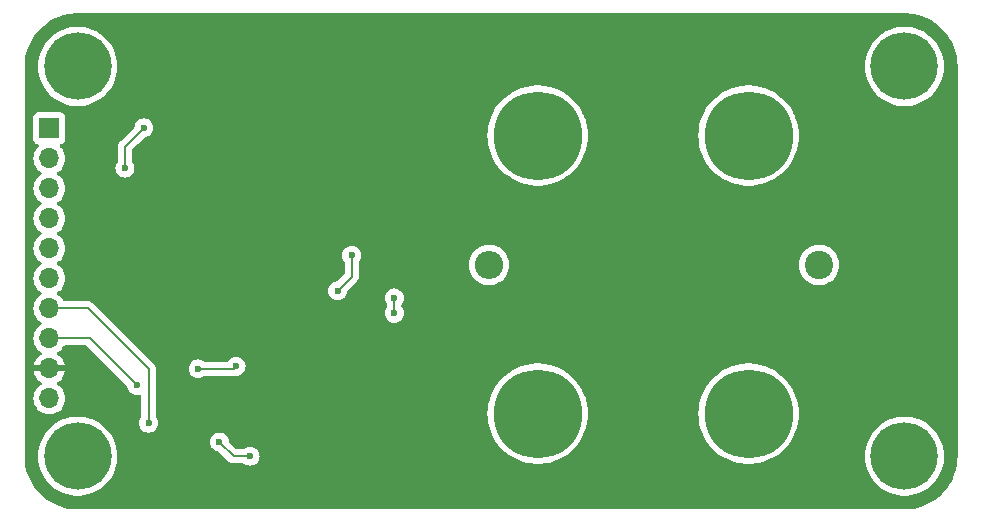
<source format=gbr>
%TF.GenerationSoftware,KiCad,Pcbnew,8.0.3*%
%TF.CreationDate,2024-06-22T23:36:34-05:00*%
%TF.ProjectId,Ematch2,456d6174-6368-4322-9e6b-696361645f70,rev?*%
%TF.SameCoordinates,Original*%
%TF.FileFunction,Copper,L2,Bot*%
%TF.FilePolarity,Positive*%
%FSLAX46Y46*%
G04 Gerber Fmt 4.6, Leading zero omitted, Abs format (unit mm)*
G04 Created by KiCad (PCBNEW 8.0.3) date 2024-06-22 23:36:34*
%MOMM*%
%LPD*%
G01*
G04 APERTURE LIST*
%TA.AperFunction,ComponentPad*%
%ADD10C,7.500000*%
%TD*%
%TA.AperFunction,ComponentPad*%
%ADD11C,5.700000*%
%TD*%
%TA.AperFunction,ComponentPad*%
%ADD12C,2.400000*%
%TD*%
%TA.AperFunction,ComponentPad*%
%ADD13O,2.400000X2.400000*%
%TD*%
%TA.AperFunction,ComponentPad*%
%ADD14R,1.700000X1.700000*%
%TD*%
%TA.AperFunction,ComponentPad*%
%ADD15O,1.700000X1.700000*%
%TD*%
%TA.AperFunction,ViaPad*%
%ADD16C,0.600000*%
%TD*%
%TA.AperFunction,Conductor*%
%ADD17C,0.200000*%
%TD*%
G04 APERTURE END LIST*
D10*
%TO.P,CLIP1,1,1*%
%TO.N,/ECOMMON*%
X148950000Y-76850000D03*
%TD*%
%TO.P,CLIP4,1,1*%
%TO.N,Net-(Q6-D)*%
X166800000Y-100400000D03*
%TD*%
D11*
%TO.P,REF\u002A\u002A,1*%
%TO.N,N/C*%
X180000000Y-104000000D03*
%TD*%
D10*
%TO.P,CLIP2,1,1*%
%TO.N,/ECOMMON*%
X166800000Y-76850000D03*
%TD*%
D12*
%TO.P,R19,1*%
%TO.N,/ECOMMON*%
X172770000Y-87800000D03*
D13*
%TO.P,R19,2*%
%TO.N,Net-(Q7-S)*%
X144830000Y-87800000D03*
%TD*%
D10*
%TO.P,CLIP3,1,1*%
%TO.N,Net-(Q5-D)*%
X148950000Y-100400000D03*
%TD*%
D11*
%TO.P,REF\u002A\u002A,1*%
%TO.N,N/C*%
X180000000Y-71000000D03*
%TD*%
D14*
%TO.P,J1,1,Pin_1*%
%TO.N,+3V3*%
X107600000Y-76240000D03*
D15*
%TO.P,J1,2,Pin_2*%
%TO.N,CHECK*%
X107600000Y-78780000D03*
%TO.P,J1,3,Pin_3*%
%TO.N,SENSE*%
X107600000Y-81320000D03*
%TO.P,J1,4,Pin_4*%
%TO.N,V_ARM*%
X107600000Y-83860000D03*
%TO.P,J1,5,Pin_5*%
%TO.N,ARM_SENSE*%
X107600000Y-86400000D03*
%TO.P,J1,6,Pin_6*%
%TO.N,FIRE_ENA*%
X107600000Y-88940000D03*
%TO.P,J1,7,Pin_7*%
%TO.N,CUE0*%
X107600000Y-91480000D03*
%TO.P,J1,8,Pin_8*%
%TO.N,CUE1*%
X107600000Y-94020000D03*
%TO.P,J1,9,Pin_9*%
%TO.N,GND*%
X107600000Y-96560000D03*
%TO.P,J1,10,Pin_10*%
%TO.N,GND2*%
X107600000Y-99100000D03*
%TD*%
D11*
%TO.P,REF\u002A\u002A,1*%
%TO.N,N/C*%
X110000000Y-71000000D03*
%TD*%
%TO.P,REF\u002A\u002A,1*%
%TO.N,N/C*%
X110000000Y-104000000D03*
%TD*%
D16*
%TO.N,GND*%
X118200000Y-98200000D03*
X133400000Y-93200000D03*
X119600000Y-85600000D03*
X120800000Y-72887500D03*
X113000000Y-100000000D03*
X127800000Y-99000000D03*
X127800000Y-76087500D03*
X127400000Y-84000000D03*
X118200000Y-104000000D03*
X110800000Y-96600000D03*
X126287500Y-94487500D03*
X127800000Y-105800000D03*
X121200000Y-80687500D03*
X130400000Y-84000000D03*
%TO.N,SENSE*%
X114000000Y-79600000D03*
X115600000Y-76200000D03*
%TO.N,V_ARM*%
X133200000Y-87000000D03*
X132000000Y-90000000D03*
%TO.N,/FGATE*%
X136800000Y-91900000D03*
X136800000Y-90600000D03*
%TO.N,CUE0*%
X122000000Y-102800000D03*
X116000000Y-101200000D03*
X124600000Y-104000000D03*
%TO.N,CUE1*%
X115000000Y-98000000D03*
X120200000Y-96600000D03*
X123400000Y-96400000D03*
%TD*%
D17*
%TO.N,GND*%
X113000000Y-98800000D02*
X113000000Y-100000000D01*
X110800000Y-96600000D02*
X113000000Y-98800000D01*
%TO.N,SENSE*%
X114000000Y-77800000D02*
X115600000Y-76200000D01*
X114000000Y-79600000D02*
X114000000Y-77800000D01*
%TO.N,V_ARM*%
X132000000Y-90000000D02*
X133200000Y-88800000D01*
X133200000Y-88800000D02*
X133200000Y-87000000D01*
%TO.N,/FGATE*%
X136800000Y-90600000D02*
X136800000Y-91900000D01*
%TO.N,CUE0*%
X116000000Y-96600000D02*
X110880000Y-91480000D01*
X110880000Y-91480000D02*
X107600000Y-91480000D01*
X123200000Y-104000000D02*
X122000000Y-102800000D01*
X124600000Y-104000000D02*
X123200000Y-104000000D01*
X116000000Y-96600000D02*
X116000000Y-101200000D01*
%TO.N,CUE1*%
X123200000Y-96600000D02*
X120200000Y-96600000D01*
X123400000Y-96400000D02*
X123200000Y-96600000D01*
X111020000Y-94020000D02*
X107600000Y-94020000D01*
X115000000Y-98000000D02*
X111020000Y-94020000D01*
%TD*%
%TA.AperFunction,Conductor*%
%TO.N,GND*%
G36*
X180002702Y-66500617D02*
G01*
X180386771Y-66517386D01*
X180397506Y-66518326D01*
X180775971Y-66568152D01*
X180786597Y-66570025D01*
X181159284Y-66652648D01*
X181169710Y-66655442D01*
X181533765Y-66770227D01*
X181543911Y-66773920D01*
X181896578Y-66920000D01*
X181906369Y-66924566D01*
X182244942Y-67100816D01*
X182254310Y-67106224D01*
X182576244Y-67311318D01*
X182585105Y-67317523D01*
X182887930Y-67549889D01*
X182896217Y-67556843D01*
X183177635Y-67814715D01*
X183185284Y-67822364D01*
X183443156Y-68103782D01*
X183450110Y-68112069D01*
X183682476Y-68414894D01*
X183688681Y-68423755D01*
X183893775Y-68745689D01*
X183899183Y-68755057D01*
X184075430Y-69093623D01*
X184080002Y-69103427D01*
X184226075Y-69456078D01*
X184229775Y-69466244D01*
X184344554Y-69830278D01*
X184347354Y-69840727D01*
X184429971Y-70213389D01*
X184431849Y-70224042D01*
X184481671Y-70602473D01*
X184482614Y-70613249D01*
X184499382Y-70997297D01*
X184499500Y-71002706D01*
X184499500Y-103997293D01*
X184499382Y-104002702D01*
X184482614Y-104386750D01*
X184481671Y-104397526D01*
X184431849Y-104775957D01*
X184429971Y-104786610D01*
X184347354Y-105159272D01*
X184344554Y-105169721D01*
X184229775Y-105533755D01*
X184226075Y-105543921D01*
X184080002Y-105896572D01*
X184075430Y-105906376D01*
X183899183Y-106244942D01*
X183893775Y-106254310D01*
X183688681Y-106576244D01*
X183682476Y-106585105D01*
X183450110Y-106887930D01*
X183443156Y-106896217D01*
X183185284Y-107177635D01*
X183177635Y-107185284D01*
X182896217Y-107443156D01*
X182887930Y-107450110D01*
X182585105Y-107682476D01*
X182576244Y-107688681D01*
X182254310Y-107893775D01*
X182244942Y-107899183D01*
X181906376Y-108075430D01*
X181896572Y-108080002D01*
X181543921Y-108226075D01*
X181533755Y-108229775D01*
X181169721Y-108344554D01*
X181159272Y-108347354D01*
X180786610Y-108429971D01*
X180775957Y-108431849D01*
X180397526Y-108481671D01*
X180386750Y-108482614D01*
X180002703Y-108499382D01*
X179997294Y-108499500D01*
X110002706Y-108499500D01*
X109997297Y-108499382D01*
X109613249Y-108482614D01*
X109602473Y-108481671D01*
X109224042Y-108431849D01*
X109213389Y-108429971D01*
X108840727Y-108347354D01*
X108830278Y-108344554D01*
X108466244Y-108229775D01*
X108456078Y-108226075D01*
X108103427Y-108080002D01*
X108093623Y-108075430D01*
X107755057Y-107899183D01*
X107745689Y-107893775D01*
X107423755Y-107688681D01*
X107414894Y-107682476D01*
X107112069Y-107450110D01*
X107103782Y-107443156D01*
X106822364Y-107185284D01*
X106814715Y-107177635D01*
X106556843Y-106896217D01*
X106549889Y-106887930D01*
X106317523Y-106585105D01*
X106311318Y-106576244D01*
X106106224Y-106254310D01*
X106100816Y-106244942D01*
X105924566Y-105906369D01*
X105919997Y-105896572D01*
X105850960Y-105729901D01*
X105773920Y-105543911D01*
X105770224Y-105533755D01*
X105730862Y-105408913D01*
X105655442Y-105169710D01*
X105652648Y-105159284D01*
X105570025Y-104786597D01*
X105568152Y-104775971D01*
X105518326Y-104397506D01*
X105517386Y-104386771D01*
X105500618Y-104002702D01*
X105500559Y-103999997D01*
X106644579Y-103999997D01*
X106644579Y-104000002D01*
X106664248Y-104362782D01*
X106664250Y-104362799D01*
X106723024Y-104721303D01*
X106723030Y-104721329D01*
X106820221Y-105071381D01*
X106820226Y-105071396D01*
X106954700Y-105408901D01*
X106954706Y-105408913D01*
X107124878Y-105729892D01*
X107124884Y-105729901D01*
X107308819Y-106001185D01*
X107328773Y-106030614D01*
X107563979Y-106307521D01*
X107827746Y-106557375D01*
X108116981Y-106777245D01*
X108428292Y-106964555D01*
X108428294Y-106964556D01*
X108428296Y-106964557D01*
X108428300Y-106964559D01*
X108758020Y-107117103D01*
X108758031Y-107117108D01*
X109102330Y-107233116D01*
X109457153Y-107311218D01*
X109818341Y-107350500D01*
X109818347Y-107350500D01*
X110181653Y-107350500D01*
X110181659Y-107350500D01*
X110542847Y-107311218D01*
X110897670Y-107233116D01*
X111241969Y-107117108D01*
X111571708Y-106964555D01*
X111883019Y-106777245D01*
X112172254Y-106557375D01*
X112436021Y-106307521D01*
X112671227Y-106030614D01*
X112875117Y-105729900D01*
X113045298Y-105408905D01*
X113179775Y-105071391D01*
X113276973Y-104721316D01*
X113307458Y-104535367D01*
X113335749Y-104362799D01*
X113335751Y-104362782D01*
X113340740Y-104270778D01*
X113350801Y-104085215D01*
X113355421Y-104000002D01*
X113355421Y-103999997D01*
X113335751Y-103637217D01*
X113335749Y-103637200D01*
X113276975Y-103278696D01*
X113276974Y-103278695D01*
X113276973Y-103278684D01*
X113241111Y-103149522D01*
X113179778Y-102928618D01*
X113179773Y-102928603D01*
X113128531Y-102799996D01*
X121194435Y-102799996D01*
X121194435Y-102800003D01*
X121214630Y-102979249D01*
X121214631Y-102979254D01*
X121274211Y-103149523D01*
X121315122Y-103214632D01*
X121370184Y-103302262D01*
X121497738Y-103429816D01*
X121650478Y-103525789D01*
X121820745Y-103585368D01*
X121907669Y-103595161D01*
X121972080Y-103622226D01*
X121981465Y-103630700D01*
X122715139Y-104364374D01*
X122715149Y-104364385D01*
X122719479Y-104368715D01*
X122719480Y-104368716D01*
X122831284Y-104480520D01*
X122918095Y-104530639D01*
X122918097Y-104530641D01*
X122968213Y-104559576D01*
X122968215Y-104559577D01*
X123120942Y-104600500D01*
X123120943Y-104600500D01*
X124017588Y-104600500D01*
X124084627Y-104620185D01*
X124094903Y-104627555D01*
X124097736Y-104629814D01*
X124097738Y-104629816D01*
X124179122Y-104680953D01*
X124243338Y-104721303D01*
X124250478Y-104725789D01*
X124393850Y-104775957D01*
X124420745Y-104785368D01*
X124420750Y-104785369D01*
X124599996Y-104805565D01*
X124600000Y-104805565D01*
X124600004Y-104805565D01*
X124779249Y-104785369D01*
X124779252Y-104785368D01*
X124779255Y-104785368D01*
X124949522Y-104725789D01*
X125102262Y-104629816D01*
X125229816Y-104502262D01*
X125325789Y-104349522D01*
X125385368Y-104179255D01*
X125405565Y-104000000D01*
X125390499Y-103866288D01*
X125385369Y-103820750D01*
X125385368Y-103820745D01*
X125325788Y-103650476D01*
X125284877Y-103585367D01*
X125229816Y-103497738D01*
X125102262Y-103370184D01*
X125048669Y-103336509D01*
X124949523Y-103274211D01*
X124779254Y-103214631D01*
X124779249Y-103214630D01*
X124600004Y-103194435D01*
X124599996Y-103194435D01*
X124420750Y-103214630D01*
X124420745Y-103214631D01*
X124250476Y-103274211D01*
X124097736Y-103370185D01*
X124094903Y-103372445D01*
X124092724Y-103373334D01*
X124091842Y-103373889D01*
X124091744Y-103373734D01*
X124030217Y-103398855D01*
X124017588Y-103399500D01*
X123500097Y-103399500D01*
X123433058Y-103379815D01*
X123412416Y-103363181D01*
X122830700Y-102781465D01*
X122797215Y-102720142D01*
X122795163Y-102707686D01*
X122785368Y-102620745D01*
X122725789Y-102450478D01*
X122629816Y-102297738D01*
X122502262Y-102170184D01*
X122349523Y-102074211D01*
X122179254Y-102014631D01*
X122179249Y-102014630D01*
X122000004Y-101994435D01*
X121999996Y-101994435D01*
X121820750Y-102014630D01*
X121820745Y-102014631D01*
X121650476Y-102074211D01*
X121497737Y-102170184D01*
X121370184Y-102297737D01*
X121274211Y-102450476D01*
X121214631Y-102620745D01*
X121214630Y-102620750D01*
X121194435Y-102799996D01*
X113128531Y-102799996D01*
X113088928Y-102700600D01*
X113045298Y-102591095D01*
X112875117Y-102270100D01*
X112671227Y-101969386D01*
X112436021Y-101692479D01*
X112172254Y-101442625D01*
X112172244Y-101442617D01*
X112088892Y-101379255D01*
X111883019Y-101222755D01*
X111571708Y-101035445D01*
X111571707Y-101035444D01*
X111571703Y-101035442D01*
X111571699Y-101035440D01*
X111241979Y-100882896D01*
X111241974Y-100882894D01*
X111241969Y-100882892D01*
X111074143Y-100826344D01*
X110897669Y-100766883D01*
X110542845Y-100688781D01*
X110181660Y-100649500D01*
X110181659Y-100649500D01*
X109818341Y-100649500D01*
X109818339Y-100649500D01*
X109457154Y-100688781D01*
X109102330Y-100766883D01*
X108854238Y-100850476D01*
X108758031Y-100882892D01*
X108758028Y-100882893D01*
X108758020Y-100882896D01*
X108428300Y-101035440D01*
X108428296Y-101035442D01*
X108196453Y-101174937D01*
X108116981Y-101222755D01*
X108027332Y-101290903D01*
X107827755Y-101442617D01*
X107827745Y-101442625D01*
X107563978Y-101692479D01*
X107328772Y-101969386D01*
X107124884Y-102270098D01*
X107124878Y-102270107D01*
X106954706Y-102591086D01*
X106954700Y-102591098D01*
X106820226Y-102928603D01*
X106820221Y-102928618D01*
X106723030Y-103278670D01*
X106723024Y-103278696D01*
X106664250Y-103637200D01*
X106664248Y-103637217D01*
X106644579Y-103999997D01*
X105500559Y-103999997D01*
X105500500Y-103997293D01*
X105500500Y-78779999D01*
X106244341Y-78779999D01*
X106244341Y-78780000D01*
X106264936Y-79015403D01*
X106264938Y-79015413D01*
X106326094Y-79243655D01*
X106326096Y-79243659D01*
X106326097Y-79243663D01*
X106329274Y-79250476D01*
X106425965Y-79457830D01*
X106425967Y-79457834D01*
X106561501Y-79651395D01*
X106561506Y-79651402D01*
X106728597Y-79818493D01*
X106728603Y-79818498D01*
X106914158Y-79948425D01*
X106957783Y-80003002D01*
X106964977Y-80072500D01*
X106933454Y-80134855D01*
X106914158Y-80151575D01*
X106728597Y-80281505D01*
X106561505Y-80448597D01*
X106425965Y-80642169D01*
X106425964Y-80642171D01*
X106326098Y-80856335D01*
X106326094Y-80856344D01*
X106264938Y-81084586D01*
X106264936Y-81084596D01*
X106244341Y-81319999D01*
X106244341Y-81320000D01*
X106264936Y-81555403D01*
X106264938Y-81555413D01*
X106326094Y-81783655D01*
X106326096Y-81783659D01*
X106326097Y-81783663D01*
X106425965Y-81997830D01*
X106425967Y-81997834D01*
X106561501Y-82191395D01*
X106561506Y-82191402D01*
X106728597Y-82358493D01*
X106728603Y-82358498D01*
X106914158Y-82488425D01*
X106957783Y-82543002D01*
X106964977Y-82612500D01*
X106933454Y-82674855D01*
X106914158Y-82691575D01*
X106728597Y-82821505D01*
X106561505Y-82988597D01*
X106425965Y-83182169D01*
X106425964Y-83182171D01*
X106326098Y-83396335D01*
X106326094Y-83396344D01*
X106264938Y-83624586D01*
X106264936Y-83624596D01*
X106244341Y-83859999D01*
X106244341Y-83860000D01*
X106264936Y-84095403D01*
X106264938Y-84095413D01*
X106326094Y-84323655D01*
X106326096Y-84323659D01*
X106326097Y-84323663D01*
X106425965Y-84537830D01*
X106425967Y-84537834D01*
X106561501Y-84731395D01*
X106561506Y-84731402D01*
X106728597Y-84898493D01*
X106728603Y-84898498D01*
X106914158Y-85028425D01*
X106957783Y-85083002D01*
X106964977Y-85152500D01*
X106933454Y-85214855D01*
X106914158Y-85231575D01*
X106728597Y-85361505D01*
X106561505Y-85528597D01*
X106425965Y-85722169D01*
X106425964Y-85722171D01*
X106326098Y-85936335D01*
X106326094Y-85936344D01*
X106264938Y-86164586D01*
X106264936Y-86164596D01*
X106244341Y-86399999D01*
X106244341Y-86400000D01*
X106264936Y-86635403D01*
X106264938Y-86635413D01*
X106326094Y-86863655D01*
X106326096Y-86863659D01*
X106326097Y-86863663D01*
X106389670Y-86999996D01*
X106425965Y-87077830D01*
X106425967Y-87077834D01*
X106561501Y-87271395D01*
X106561506Y-87271402D01*
X106728597Y-87438493D01*
X106728603Y-87438498D01*
X106914158Y-87568425D01*
X106957783Y-87623002D01*
X106964977Y-87692500D01*
X106933454Y-87754855D01*
X106914158Y-87771575D01*
X106728597Y-87901505D01*
X106561505Y-88068597D01*
X106425965Y-88262169D01*
X106425964Y-88262171D01*
X106326098Y-88476335D01*
X106326094Y-88476344D01*
X106264938Y-88704586D01*
X106264936Y-88704596D01*
X106244341Y-88939999D01*
X106244341Y-88940000D01*
X106264936Y-89175403D01*
X106264938Y-89175413D01*
X106326094Y-89403655D01*
X106326096Y-89403659D01*
X106326097Y-89403663D01*
X106371253Y-89500500D01*
X106425965Y-89617830D01*
X106425967Y-89617834D01*
X106561501Y-89811395D01*
X106561506Y-89811402D01*
X106728597Y-89978493D01*
X106728603Y-89978498D01*
X106914158Y-90108425D01*
X106957783Y-90163002D01*
X106964977Y-90232500D01*
X106933454Y-90294855D01*
X106914158Y-90311575D01*
X106728597Y-90441505D01*
X106561505Y-90608597D01*
X106425965Y-90802169D01*
X106425964Y-90802171D01*
X106326098Y-91016335D01*
X106326094Y-91016344D01*
X106264938Y-91244586D01*
X106264936Y-91244596D01*
X106244341Y-91479999D01*
X106244341Y-91480000D01*
X106264936Y-91715403D01*
X106264938Y-91715413D01*
X106326094Y-91943655D01*
X106326096Y-91943659D01*
X106326097Y-91943663D01*
X106398839Y-92099658D01*
X106425965Y-92157830D01*
X106425967Y-92157834D01*
X106561501Y-92351395D01*
X106561506Y-92351402D01*
X106728597Y-92518493D01*
X106728603Y-92518498D01*
X106914158Y-92648425D01*
X106957783Y-92703002D01*
X106964977Y-92772500D01*
X106933454Y-92834855D01*
X106914158Y-92851575D01*
X106728597Y-92981505D01*
X106561505Y-93148597D01*
X106425965Y-93342169D01*
X106425964Y-93342171D01*
X106326098Y-93556335D01*
X106326094Y-93556344D01*
X106264938Y-93784586D01*
X106264936Y-93784596D01*
X106244341Y-94019999D01*
X106244341Y-94020000D01*
X106264936Y-94255403D01*
X106264938Y-94255413D01*
X106326094Y-94483655D01*
X106326096Y-94483659D01*
X106326097Y-94483663D01*
X106398839Y-94639658D01*
X106425965Y-94697830D01*
X106425967Y-94697834D01*
X106561501Y-94891395D01*
X106561506Y-94891402D01*
X106728597Y-95058493D01*
X106728603Y-95058498D01*
X106914594Y-95188730D01*
X106958219Y-95243307D01*
X106965413Y-95312805D01*
X106933890Y-95375160D01*
X106914595Y-95391880D01*
X106728922Y-95521890D01*
X106728920Y-95521891D01*
X106561891Y-95688920D01*
X106561886Y-95688926D01*
X106426400Y-95882420D01*
X106426399Y-95882422D01*
X106326570Y-96096507D01*
X106326567Y-96096513D01*
X106269364Y-96309999D01*
X106269364Y-96310000D01*
X107166988Y-96310000D01*
X107134075Y-96367007D01*
X107100000Y-96494174D01*
X107100000Y-96625826D01*
X107134075Y-96752993D01*
X107166988Y-96810000D01*
X106269364Y-96810000D01*
X106326567Y-97023486D01*
X106326570Y-97023492D01*
X106426399Y-97237578D01*
X106561894Y-97431082D01*
X106728917Y-97598105D01*
X106914595Y-97728119D01*
X106958219Y-97782696D01*
X106965412Y-97852195D01*
X106933890Y-97914549D01*
X106914595Y-97931269D01*
X106728594Y-98061508D01*
X106561505Y-98228597D01*
X106425965Y-98422169D01*
X106425964Y-98422171D01*
X106326098Y-98636335D01*
X106326094Y-98636344D01*
X106264938Y-98864586D01*
X106264936Y-98864596D01*
X106244341Y-99099999D01*
X106244341Y-99100000D01*
X106264936Y-99335403D01*
X106264938Y-99335413D01*
X106326094Y-99563655D01*
X106326096Y-99563659D01*
X106326097Y-99563663D01*
X106425965Y-99777830D01*
X106425967Y-99777834D01*
X106534281Y-99932521D01*
X106561505Y-99971401D01*
X106728599Y-100138495D01*
X106825384Y-100206265D01*
X106922165Y-100274032D01*
X106922167Y-100274033D01*
X106922170Y-100274035D01*
X107136337Y-100373903D01*
X107364592Y-100435063D01*
X107552918Y-100451539D01*
X107599999Y-100455659D01*
X107600000Y-100455659D01*
X107600001Y-100455659D01*
X107639234Y-100452226D01*
X107835408Y-100435063D01*
X108063663Y-100373903D01*
X108277830Y-100274035D01*
X108471401Y-100138495D01*
X108638495Y-99971401D01*
X108774035Y-99777830D01*
X108873903Y-99563663D01*
X108935063Y-99335408D01*
X108955659Y-99100000D01*
X108935063Y-98864592D01*
X108873903Y-98636337D01*
X108774035Y-98422171D01*
X108723166Y-98349521D01*
X108638494Y-98228597D01*
X108471402Y-98061506D01*
X108471401Y-98061505D01*
X108285405Y-97931269D01*
X108241781Y-97876692D01*
X108234588Y-97807193D01*
X108266110Y-97744839D01*
X108285405Y-97728119D01*
X108471082Y-97598105D01*
X108638105Y-97431082D01*
X108773600Y-97237578D01*
X108873429Y-97023492D01*
X108873432Y-97023486D01*
X108930636Y-96810000D01*
X108033012Y-96810000D01*
X108065925Y-96752993D01*
X108100000Y-96625826D01*
X108100000Y-96494174D01*
X108065925Y-96367007D01*
X108033012Y-96310000D01*
X108930636Y-96310000D01*
X108930635Y-96309999D01*
X108873432Y-96096513D01*
X108873429Y-96096507D01*
X108773600Y-95882422D01*
X108773599Y-95882420D01*
X108638113Y-95688926D01*
X108638108Y-95688920D01*
X108471078Y-95521890D01*
X108285405Y-95391879D01*
X108241780Y-95337302D01*
X108234588Y-95267804D01*
X108266110Y-95205449D01*
X108285406Y-95188730D01*
X108471401Y-95058495D01*
X108638495Y-94891401D01*
X108774035Y-94697830D01*
X108776707Y-94692097D01*
X108822878Y-94639658D01*
X108889091Y-94620500D01*
X110719903Y-94620500D01*
X110786942Y-94640185D01*
X110807584Y-94656819D01*
X114169298Y-98018533D01*
X114202783Y-98079856D01*
X114204837Y-98092330D01*
X114214630Y-98179249D01*
X114274210Y-98349521D01*
X114274211Y-98349522D01*
X114370184Y-98502262D01*
X114497738Y-98629816D01*
X114650478Y-98725789D01*
X114820742Y-98785367D01*
X114820745Y-98785368D01*
X114820750Y-98785369D01*
X114999996Y-98805565D01*
X115000000Y-98805565D01*
X115000004Y-98805565D01*
X115179249Y-98785369D01*
X115179250Y-98785368D01*
X115179255Y-98785368D01*
X115234545Y-98766020D01*
X115304322Y-98762458D01*
X115364950Y-98797186D01*
X115397178Y-98859179D01*
X115399500Y-98883062D01*
X115399500Y-100617587D01*
X115379815Y-100684626D01*
X115372450Y-100694896D01*
X115370186Y-100697734D01*
X115274211Y-100850476D01*
X115214631Y-101020745D01*
X115214630Y-101020750D01*
X115194435Y-101199996D01*
X115194435Y-101200003D01*
X115214630Y-101379249D01*
X115214631Y-101379254D01*
X115274211Y-101549523D01*
X115305213Y-101598862D01*
X115370184Y-101702262D01*
X115497738Y-101829816D01*
X115650478Y-101925789D01*
X115775071Y-101969386D01*
X115820745Y-101985368D01*
X115820750Y-101985369D01*
X115999996Y-102005565D01*
X116000000Y-102005565D01*
X116000004Y-102005565D01*
X116179249Y-101985369D01*
X116179252Y-101985368D01*
X116179255Y-101985368D01*
X116349522Y-101925789D01*
X116502262Y-101829816D01*
X116629816Y-101702262D01*
X116725789Y-101549522D01*
X116785368Y-101379255D01*
X116803001Y-101222755D01*
X116805565Y-101200003D01*
X116805565Y-101199996D01*
X116785369Y-101020750D01*
X116785368Y-101020745D01*
X116725789Y-100850478D01*
X116629816Y-100697738D01*
X116629814Y-100697736D01*
X116629813Y-100697734D01*
X116627550Y-100694896D01*
X116626659Y-100692715D01*
X116626111Y-100691842D01*
X116626264Y-100691745D01*
X116601144Y-100630209D01*
X116600500Y-100617587D01*
X116600500Y-100400000D01*
X144694680Y-100400000D01*
X144713948Y-100804498D01*
X144771579Y-101205326D01*
X144867050Y-101598863D01*
X144867053Y-101598874D01*
X144999492Y-101981533D01*
X144999494Y-101981537D01*
X145167717Y-102349892D01*
X145167725Y-102349908D01*
X145370200Y-102700606D01*
X145370206Y-102700614D01*
X145605083Y-103030452D01*
X145605092Y-103030462D01*
X145605093Y-103030464D01*
X145870280Y-103336507D01*
X146163358Y-103615956D01*
X146481672Y-103866281D01*
X146822340Y-104085215D01*
X147182276Y-104270775D01*
X147558221Y-104421281D01*
X147946770Y-104535369D01*
X148344405Y-104612007D01*
X148747524Y-104650500D01*
X148747530Y-104650500D01*
X149152470Y-104650500D01*
X149152476Y-104650500D01*
X149555595Y-104612007D01*
X149953230Y-104535369D01*
X150341779Y-104421281D01*
X150717724Y-104270775D01*
X151077660Y-104085215D01*
X151418328Y-103866281D01*
X151736642Y-103615956D01*
X152029720Y-103336507D01*
X152294907Y-103030464D01*
X152331378Y-102979249D01*
X152529793Y-102700614D01*
X152529799Y-102700606D01*
X152529800Y-102700603D01*
X152529803Y-102700600D01*
X152732279Y-102349900D01*
X152900503Y-101981543D01*
X152900505Y-101981536D01*
X152900507Y-101981533D01*
X153032946Y-101598874D01*
X153032946Y-101598871D01*
X153032950Y-101598862D01*
X153128421Y-101205325D01*
X153186052Y-100804494D01*
X153205320Y-100400000D01*
X162544680Y-100400000D01*
X162563948Y-100804498D01*
X162621579Y-101205326D01*
X162717050Y-101598863D01*
X162717053Y-101598874D01*
X162849492Y-101981533D01*
X162849494Y-101981537D01*
X163017717Y-102349892D01*
X163017725Y-102349908D01*
X163220200Y-102700606D01*
X163220206Y-102700614D01*
X163455083Y-103030452D01*
X163455092Y-103030462D01*
X163455093Y-103030464D01*
X163720280Y-103336507D01*
X164013358Y-103615956D01*
X164331672Y-103866281D01*
X164672340Y-104085215D01*
X165032276Y-104270775D01*
X165408221Y-104421281D01*
X165796770Y-104535369D01*
X166194405Y-104612007D01*
X166597524Y-104650500D01*
X166597530Y-104650500D01*
X167002470Y-104650500D01*
X167002476Y-104650500D01*
X167405595Y-104612007D01*
X167803230Y-104535369D01*
X168191779Y-104421281D01*
X168567724Y-104270775D01*
X168927660Y-104085215D01*
X169060262Y-103999997D01*
X176644579Y-103999997D01*
X176644579Y-104000002D01*
X176664248Y-104362782D01*
X176664250Y-104362799D01*
X176723024Y-104721303D01*
X176723030Y-104721329D01*
X176820221Y-105071381D01*
X176820226Y-105071396D01*
X176954700Y-105408901D01*
X176954706Y-105408913D01*
X177124878Y-105729892D01*
X177124884Y-105729901D01*
X177308819Y-106001185D01*
X177328773Y-106030614D01*
X177563979Y-106307521D01*
X177827746Y-106557375D01*
X178116981Y-106777245D01*
X178428292Y-106964555D01*
X178428294Y-106964556D01*
X178428296Y-106964557D01*
X178428300Y-106964559D01*
X178758020Y-107117103D01*
X178758031Y-107117108D01*
X179102330Y-107233116D01*
X179457153Y-107311218D01*
X179818341Y-107350500D01*
X179818347Y-107350500D01*
X180181653Y-107350500D01*
X180181659Y-107350500D01*
X180542847Y-107311218D01*
X180897670Y-107233116D01*
X181241969Y-107117108D01*
X181571708Y-106964555D01*
X181883019Y-106777245D01*
X182172254Y-106557375D01*
X182436021Y-106307521D01*
X182671227Y-106030614D01*
X182875117Y-105729900D01*
X183045298Y-105408905D01*
X183179775Y-105071391D01*
X183276973Y-104721316D01*
X183307458Y-104535367D01*
X183335749Y-104362799D01*
X183335751Y-104362782D01*
X183340740Y-104270778D01*
X183350801Y-104085215D01*
X183355421Y-104000002D01*
X183355421Y-103999997D01*
X183335751Y-103637217D01*
X183335749Y-103637200D01*
X183276975Y-103278696D01*
X183276974Y-103278695D01*
X183276973Y-103278684D01*
X183241111Y-103149522D01*
X183179778Y-102928618D01*
X183179773Y-102928603D01*
X183088928Y-102700600D01*
X183045298Y-102591095D01*
X182875117Y-102270100D01*
X182671227Y-101969386D01*
X182436021Y-101692479D01*
X182172254Y-101442625D01*
X182172244Y-101442617D01*
X182088892Y-101379255D01*
X181883019Y-101222755D01*
X181571708Y-101035445D01*
X181571707Y-101035444D01*
X181571703Y-101035442D01*
X181571699Y-101035440D01*
X181241979Y-100882896D01*
X181241974Y-100882894D01*
X181241969Y-100882892D01*
X181074143Y-100826344D01*
X180897669Y-100766883D01*
X180542845Y-100688781D01*
X180181660Y-100649500D01*
X180181659Y-100649500D01*
X179818341Y-100649500D01*
X179818339Y-100649500D01*
X179457154Y-100688781D01*
X179102330Y-100766883D01*
X178854238Y-100850476D01*
X178758031Y-100882892D01*
X178758028Y-100882893D01*
X178758020Y-100882896D01*
X178428300Y-101035440D01*
X178428296Y-101035442D01*
X178196453Y-101174937D01*
X178116981Y-101222755D01*
X178027332Y-101290903D01*
X177827755Y-101442617D01*
X177827745Y-101442625D01*
X177563978Y-101692479D01*
X177328772Y-101969386D01*
X177124884Y-102270098D01*
X177124878Y-102270107D01*
X176954706Y-102591086D01*
X176954700Y-102591098D01*
X176820226Y-102928603D01*
X176820221Y-102928618D01*
X176723030Y-103278670D01*
X176723024Y-103278696D01*
X176664250Y-103637200D01*
X176664248Y-103637217D01*
X176644579Y-103999997D01*
X169060262Y-103999997D01*
X169268328Y-103866281D01*
X169586642Y-103615956D01*
X169879720Y-103336507D01*
X170144907Y-103030464D01*
X170181378Y-102979249D01*
X170379793Y-102700614D01*
X170379799Y-102700606D01*
X170379800Y-102700603D01*
X170379803Y-102700600D01*
X170582279Y-102349900D01*
X170750503Y-101981543D01*
X170750505Y-101981536D01*
X170750507Y-101981533D01*
X170882946Y-101598874D01*
X170882946Y-101598871D01*
X170882950Y-101598862D01*
X170978421Y-101205325D01*
X171036052Y-100804494D01*
X171055320Y-100400000D01*
X171036052Y-99995506D01*
X170978421Y-99594675D01*
X170882950Y-99201138D01*
X170847946Y-99100000D01*
X170750507Y-98818466D01*
X170750505Y-98818462D01*
X170735391Y-98785368D01*
X170582279Y-98450100D01*
X170524210Y-98349522D01*
X170379799Y-98099393D01*
X170379793Y-98099385D01*
X170144916Y-97769547D01*
X170144905Y-97769534D01*
X170109019Y-97728119D01*
X169879720Y-97463493D01*
X169586642Y-97184044D01*
X169268328Y-96933719D01*
X168927660Y-96714785D01*
X168567724Y-96529225D01*
X168567723Y-96529224D01*
X168567720Y-96529223D01*
X168567716Y-96529221D01*
X168191780Y-96378719D01*
X168191768Y-96378715D01*
X167803235Y-96264632D01*
X167803218Y-96264628D01*
X167405610Y-96187995D01*
X167405598Y-96187993D01*
X167271222Y-96175162D01*
X167002476Y-96149500D01*
X166597524Y-96149500D01*
X166355652Y-96172595D01*
X166194401Y-96187993D01*
X166194389Y-96187995D01*
X165796781Y-96264628D01*
X165796764Y-96264632D01*
X165408231Y-96378715D01*
X165408219Y-96378719D01*
X165032283Y-96529221D01*
X165032279Y-96529223D01*
X164672343Y-96714783D01*
X164331683Y-96933711D01*
X164331676Y-96933716D01*
X164331672Y-96933719D01*
X164214423Y-97025925D01*
X164013359Y-97184043D01*
X164013357Y-97184044D01*
X163720283Y-97463490D01*
X163720281Y-97463492D01*
X163455094Y-97769534D01*
X163455083Y-97769547D01*
X163220206Y-98099385D01*
X163220200Y-98099393D01*
X163017725Y-98450091D01*
X163017717Y-98450107D01*
X162849494Y-98818462D01*
X162849492Y-98818466D01*
X162717053Y-99201125D01*
X162717050Y-99201136D01*
X162621579Y-99594673D01*
X162563948Y-99995501D01*
X162544680Y-100400000D01*
X153205320Y-100400000D01*
X153186052Y-99995506D01*
X153128421Y-99594675D01*
X153032950Y-99201138D01*
X152997946Y-99100000D01*
X152900507Y-98818466D01*
X152900505Y-98818462D01*
X152885391Y-98785368D01*
X152732279Y-98450100D01*
X152674210Y-98349522D01*
X152529799Y-98099393D01*
X152529793Y-98099385D01*
X152294916Y-97769547D01*
X152294905Y-97769534D01*
X152259019Y-97728119D01*
X152029720Y-97463493D01*
X151736642Y-97184044D01*
X151418328Y-96933719D01*
X151077660Y-96714785D01*
X150717724Y-96529225D01*
X150717723Y-96529224D01*
X150717720Y-96529223D01*
X150717716Y-96529221D01*
X150341780Y-96378719D01*
X150341768Y-96378715D01*
X149953235Y-96264632D01*
X149953218Y-96264628D01*
X149555610Y-96187995D01*
X149555598Y-96187993D01*
X149421222Y-96175162D01*
X149152476Y-96149500D01*
X148747524Y-96149500D01*
X148505652Y-96172595D01*
X148344401Y-96187993D01*
X148344389Y-96187995D01*
X147946781Y-96264628D01*
X147946764Y-96264632D01*
X147558231Y-96378715D01*
X147558219Y-96378719D01*
X147182283Y-96529221D01*
X147182279Y-96529223D01*
X146822343Y-96714783D01*
X146481683Y-96933711D01*
X146481676Y-96933716D01*
X146481672Y-96933719D01*
X146364423Y-97025925D01*
X146163359Y-97184043D01*
X146163357Y-97184044D01*
X145870283Y-97463490D01*
X145870281Y-97463492D01*
X145605094Y-97769534D01*
X145605083Y-97769547D01*
X145370206Y-98099385D01*
X145370200Y-98099393D01*
X145167725Y-98450091D01*
X145167717Y-98450107D01*
X144999494Y-98818462D01*
X144999492Y-98818466D01*
X144867053Y-99201125D01*
X144867050Y-99201136D01*
X144771579Y-99594673D01*
X144713948Y-99995501D01*
X144694680Y-100400000D01*
X116600500Y-100400000D01*
X116600500Y-96599996D01*
X119394435Y-96599996D01*
X119394435Y-96600003D01*
X119414630Y-96779249D01*
X119414631Y-96779254D01*
X119474211Y-96949523D01*
X119520689Y-97023492D01*
X119570184Y-97102262D01*
X119697738Y-97229816D01*
X119850478Y-97325789D01*
X120020745Y-97385368D01*
X120020750Y-97385369D01*
X120199996Y-97405565D01*
X120200000Y-97405565D01*
X120200004Y-97405565D01*
X120379249Y-97385369D01*
X120379252Y-97385368D01*
X120379255Y-97385368D01*
X120549522Y-97325789D01*
X120702262Y-97229816D01*
X120702267Y-97229810D01*
X120705097Y-97227555D01*
X120707275Y-97226665D01*
X120708158Y-97226111D01*
X120708255Y-97226265D01*
X120769783Y-97201145D01*
X120782412Y-97200500D01*
X123113331Y-97200500D01*
X123113347Y-97200501D01*
X123120943Y-97200501D01*
X123279062Y-97200501D01*
X123287121Y-97199440D01*
X123287184Y-97199925D01*
X123324869Y-97197099D01*
X123400000Y-97205565D01*
X123400003Y-97205565D01*
X123579249Y-97185369D01*
X123579252Y-97185368D01*
X123579255Y-97185368D01*
X123749522Y-97125789D01*
X123902262Y-97029816D01*
X124029816Y-96902262D01*
X124125789Y-96749522D01*
X124185368Y-96579255D01*
X124191005Y-96529225D01*
X124205565Y-96400003D01*
X124205565Y-96399996D01*
X124185369Y-96220750D01*
X124185368Y-96220745D01*
X124142326Y-96097738D01*
X124125789Y-96050478D01*
X124029816Y-95897738D01*
X123902262Y-95770184D01*
X123749523Y-95674211D01*
X123579254Y-95614631D01*
X123579249Y-95614630D01*
X123400004Y-95594435D01*
X123399996Y-95594435D01*
X123220750Y-95614630D01*
X123220745Y-95614631D01*
X123050476Y-95674211D01*
X122897737Y-95770184D01*
X122770182Y-95897739D01*
X122742703Y-95941473D01*
X122690369Y-95987763D01*
X122637710Y-95999500D01*
X120782412Y-95999500D01*
X120715373Y-95979815D01*
X120705097Y-95972445D01*
X120702263Y-95970185D01*
X120702262Y-95970184D01*
X120586967Y-95897739D01*
X120549523Y-95874211D01*
X120379254Y-95814631D01*
X120379249Y-95814630D01*
X120200004Y-95794435D01*
X120199996Y-95794435D01*
X120020750Y-95814630D01*
X120020745Y-95814631D01*
X119850476Y-95874211D01*
X119697737Y-95970184D01*
X119570184Y-96097737D01*
X119474211Y-96250476D01*
X119414631Y-96420745D01*
X119414630Y-96420750D01*
X119394435Y-96599996D01*
X116600500Y-96599996D01*
X116600500Y-96520945D01*
X116600500Y-96520943D01*
X116559577Y-96368216D01*
X116558879Y-96367007D01*
X116480524Y-96231290D01*
X116480521Y-96231286D01*
X116480520Y-96231284D01*
X116368716Y-96119480D01*
X116368715Y-96119479D01*
X116364385Y-96115149D01*
X116364374Y-96115139D01*
X111367590Y-91118355D01*
X111367588Y-91118352D01*
X111248717Y-90999481D01*
X111248716Y-90999480D01*
X111161904Y-90949360D01*
X111161904Y-90949359D01*
X111161900Y-90949358D01*
X111111785Y-90920423D01*
X110959057Y-90879499D01*
X110800943Y-90879499D01*
X110793347Y-90879499D01*
X110793331Y-90879500D01*
X108889091Y-90879500D01*
X108822052Y-90859815D01*
X108776711Y-90807909D01*
X108774037Y-90802175D01*
X108774034Y-90802170D01*
X108774033Y-90802169D01*
X108716002Y-90719290D01*
X108638494Y-90608597D01*
X108471402Y-90441506D01*
X108471396Y-90441501D01*
X108285842Y-90311575D01*
X108242217Y-90256998D01*
X108235023Y-90187500D01*
X108266546Y-90125145D01*
X108285842Y-90108425D01*
X108370402Y-90049215D01*
X108440694Y-89999996D01*
X131194435Y-89999996D01*
X131194435Y-90000003D01*
X131214630Y-90179249D01*
X131214631Y-90179254D01*
X131274211Y-90349523D01*
X131332005Y-90441501D01*
X131370184Y-90502262D01*
X131497738Y-90629816D01*
X131650478Y-90725789D01*
X131803258Y-90779249D01*
X131820745Y-90785368D01*
X131820750Y-90785369D01*
X131999996Y-90805565D01*
X132000000Y-90805565D01*
X132000004Y-90805565D01*
X132179249Y-90785369D01*
X132179252Y-90785368D01*
X132179255Y-90785368D01*
X132349522Y-90725789D01*
X132502262Y-90629816D01*
X132532082Y-90599996D01*
X135994435Y-90599996D01*
X135994435Y-90600003D01*
X136014630Y-90779249D01*
X136014631Y-90779254D01*
X136074211Y-90949523D01*
X136170185Y-91102263D01*
X136172445Y-91105097D01*
X136173334Y-91107275D01*
X136173889Y-91108158D01*
X136173734Y-91108255D01*
X136198855Y-91169783D01*
X136199500Y-91182412D01*
X136199500Y-91317587D01*
X136179815Y-91384626D01*
X136172450Y-91394896D01*
X136170186Y-91397734D01*
X136074211Y-91550476D01*
X136014633Y-91720742D01*
X136014630Y-91720750D01*
X135994435Y-91899996D01*
X135994435Y-91900003D01*
X136014630Y-92079249D01*
X136014631Y-92079254D01*
X136074211Y-92249523D01*
X136170184Y-92402262D01*
X136297738Y-92529816D01*
X136450478Y-92625789D01*
X136562951Y-92665145D01*
X136620745Y-92685368D01*
X136620750Y-92685369D01*
X136799996Y-92705565D01*
X136800000Y-92705565D01*
X136800004Y-92705565D01*
X136979249Y-92685369D01*
X136979252Y-92685368D01*
X136979255Y-92685368D01*
X137149522Y-92625789D01*
X137302262Y-92529816D01*
X137429816Y-92402262D01*
X137525789Y-92249522D01*
X137585368Y-92079255D01*
X137585369Y-92079249D01*
X137605565Y-91900003D01*
X137605565Y-91899996D01*
X137585369Y-91720750D01*
X137585367Y-91720742D01*
X137525788Y-91550476D01*
X137429813Y-91397734D01*
X137427550Y-91394896D01*
X137426659Y-91392715D01*
X137426111Y-91391842D01*
X137426264Y-91391745D01*
X137401144Y-91330209D01*
X137400500Y-91317587D01*
X137400500Y-91182412D01*
X137420185Y-91115373D01*
X137427555Y-91105097D01*
X137429810Y-91102267D01*
X137429816Y-91102262D01*
X137525789Y-90949522D01*
X137585368Y-90779255D01*
X137591392Y-90725789D01*
X137605565Y-90600003D01*
X137605565Y-90599996D01*
X137585369Y-90420750D01*
X137585368Y-90420745D01*
X137525788Y-90250476D01*
X137429815Y-90097737D01*
X137302262Y-89970184D01*
X137149523Y-89874211D01*
X136979254Y-89814631D01*
X136979249Y-89814630D01*
X136800004Y-89794435D01*
X136799996Y-89794435D01*
X136620750Y-89814630D01*
X136620745Y-89814631D01*
X136450476Y-89874211D01*
X136297737Y-89970184D01*
X136170184Y-90097737D01*
X136074211Y-90250476D01*
X136014631Y-90420745D01*
X136014630Y-90420750D01*
X135994435Y-90599996D01*
X132532082Y-90599996D01*
X132629816Y-90502262D01*
X132725789Y-90349522D01*
X132785368Y-90179255D01*
X132795161Y-90092329D01*
X132822226Y-90027918D01*
X132830690Y-90018543D01*
X133558506Y-89290728D01*
X133558511Y-89290724D01*
X133568714Y-89280520D01*
X133568716Y-89280520D01*
X133680520Y-89168716D01*
X133755676Y-89038541D01*
X133759577Y-89031785D01*
X133800500Y-88879058D01*
X133800500Y-88720943D01*
X133800500Y-87799995D01*
X143124732Y-87799995D01*
X143124732Y-87800004D01*
X143143777Y-88054154D01*
X143143778Y-88054157D01*
X143200492Y-88302637D01*
X143293607Y-88539888D01*
X143421041Y-88760612D01*
X143579950Y-88959877D01*
X143766783Y-89133232D01*
X143977366Y-89276805D01*
X143977371Y-89276807D01*
X143977372Y-89276808D01*
X143977373Y-89276809D01*
X144099328Y-89335538D01*
X144206992Y-89387387D01*
X144206993Y-89387387D01*
X144206996Y-89387389D01*
X144450542Y-89462513D01*
X144702565Y-89500500D01*
X144957435Y-89500500D01*
X145209458Y-89462513D01*
X145453004Y-89387389D01*
X145682634Y-89276805D01*
X145893217Y-89133232D01*
X146080050Y-88959877D01*
X146238959Y-88760612D01*
X146366393Y-88539888D01*
X146459508Y-88302637D01*
X146516222Y-88054157D01*
X146527661Y-87901506D01*
X146535268Y-87800004D01*
X146535268Y-87799995D01*
X171064732Y-87799995D01*
X171064732Y-87800004D01*
X171083777Y-88054154D01*
X171083778Y-88054157D01*
X171140492Y-88302637D01*
X171233607Y-88539888D01*
X171361041Y-88760612D01*
X171519950Y-88959877D01*
X171706783Y-89133232D01*
X171917366Y-89276805D01*
X171917371Y-89276807D01*
X171917372Y-89276808D01*
X171917373Y-89276809D01*
X172039328Y-89335538D01*
X172146992Y-89387387D01*
X172146993Y-89387387D01*
X172146996Y-89387389D01*
X172390542Y-89462513D01*
X172642565Y-89500500D01*
X172897435Y-89500500D01*
X173149458Y-89462513D01*
X173393004Y-89387389D01*
X173622634Y-89276805D01*
X173833217Y-89133232D01*
X174020050Y-88959877D01*
X174178959Y-88760612D01*
X174306393Y-88539888D01*
X174399508Y-88302637D01*
X174456222Y-88054157D01*
X174467661Y-87901506D01*
X174475268Y-87800004D01*
X174475268Y-87799995D01*
X174456222Y-87545845D01*
X174447642Y-87508255D01*
X174399508Y-87297363D01*
X174306393Y-87060112D01*
X174178959Y-86839388D01*
X174020050Y-86640123D01*
X173833217Y-86466768D01*
X173622634Y-86323195D01*
X173622630Y-86323193D01*
X173622627Y-86323191D01*
X173622626Y-86323190D01*
X173393006Y-86212612D01*
X173393008Y-86212612D01*
X173149466Y-86137489D01*
X173149462Y-86137488D01*
X173149458Y-86137487D01*
X173028231Y-86119214D01*
X172897440Y-86099500D01*
X172897435Y-86099500D01*
X172642565Y-86099500D01*
X172642559Y-86099500D01*
X172485609Y-86123157D01*
X172390542Y-86137487D01*
X172390539Y-86137488D01*
X172390533Y-86137489D01*
X172146992Y-86212612D01*
X171917373Y-86323190D01*
X171917372Y-86323191D01*
X171706782Y-86466768D01*
X171519952Y-86640121D01*
X171519950Y-86640123D01*
X171361041Y-86839388D01*
X171233608Y-87060109D01*
X171140492Y-87297362D01*
X171140490Y-87297369D01*
X171083777Y-87545845D01*
X171064732Y-87799995D01*
X146535268Y-87799995D01*
X146516222Y-87545845D01*
X146507642Y-87508255D01*
X146459508Y-87297363D01*
X146366393Y-87060112D01*
X146238959Y-86839388D01*
X146080050Y-86640123D01*
X145893217Y-86466768D01*
X145682634Y-86323195D01*
X145682630Y-86323193D01*
X145682627Y-86323191D01*
X145682626Y-86323190D01*
X145453006Y-86212612D01*
X145453008Y-86212612D01*
X145209466Y-86137489D01*
X145209462Y-86137488D01*
X145209458Y-86137487D01*
X145088231Y-86119214D01*
X144957440Y-86099500D01*
X144957435Y-86099500D01*
X144702565Y-86099500D01*
X144702559Y-86099500D01*
X144545609Y-86123157D01*
X144450542Y-86137487D01*
X144450539Y-86137488D01*
X144450533Y-86137489D01*
X144206992Y-86212612D01*
X143977373Y-86323190D01*
X143977372Y-86323191D01*
X143766782Y-86466768D01*
X143579952Y-86640121D01*
X143579950Y-86640123D01*
X143421041Y-86839388D01*
X143293608Y-87060109D01*
X143200492Y-87297362D01*
X143200490Y-87297369D01*
X143143777Y-87545845D01*
X143124732Y-87799995D01*
X133800500Y-87799995D01*
X133800500Y-87582412D01*
X133820185Y-87515373D01*
X133827555Y-87505097D01*
X133829810Y-87502267D01*
X133829816Y-87502262D01*
X133925789Y-87349522D01*
X133985368Y-87179255D01*
X133985369Y-87179249D01*
X134005565Y-87000003D01*
X134005565Y-86999996D01*
X133985369Y-86820750D01*
X133985368Y-86820745D01*
X133925788Y-86650476D01*
X133829815Y-86497737D01*
X133702262Y-86370184D01*
X133549523Y-86274211D01*
X133379254Y-86214631D01*
X133379249Y-86214630D01*
X133200004Y-86194435D01*
X133199996Y-86194435D01*
X133020750Y-86214630D01*
X133020745Y-86214631D01*
X132850476Y-86274211D01*
X132697737Y-86370184D01*
X132570184Y-86497737D01*
X132474211Y-86650476D01*
X132414631Y-86820745D01*
X132414630Y-86820750D01*
X132394435Y-86999996D01*
X132394435Y-87000003D01*
X132414630Y-87179249D01*
X132414631Y-87179254D01*
X132474211Y-87349523D01*
X132570185Y-87502263D01*
X132572445Y-87505097D01*
X132573334Y-87507275D01*
X132573889Y-87508158D01*
X132573734Y-87508255D01*
X132598855Y-87569783D01*
X132599500Y-87582412D01*
X132599500Y-88499902D01*
X132579815Y-88566941D01*
X132563181Y-88587583D01*
X131981465Y-89169298D01*
X131920142Y-89202783D01*
X131907668Y-89204837D01*
X131820750Y-89214630D01*
X131650478Y-89274210D01*
X131497737Y-89370184D01*
X131370184Y-89497737D01*
X131274211Y-89650476D01*
X131214631Y-89820745D01*
X131214630Y-89820750D01*
X131194435Y-89999996D01*
X108440694Y-89999996D01*
X108471401Y-89978495D01*
X108638495Y-89811401D01*
X108774035Y-89617830D01*
X108873903Y-89403663D01*
X108935063Y-89175408D01*
X108955659Y-88940000D01*
X108935063Y-88704592D01*
X108873903Y-88476337D01*
X108774035Y-88262171D01*
X108638495Y-88068599D01*
X108638494Y-88068597D01*
X108471402Y-87901506D01*
X108471396Y-87901501D01*
X108285842Y-87771575D01*
X108242217Y-87716998D01*
X108235023Y-87647500D01*
X108266546Y-87585145D01*
X108285842Y-87568425D01*
X108373173Y-87507275D01*
X108471401Y-87438495D01*
X108638495Y-87271401D01*
X108774035Y-87077830D01*
X108873903Y-86863663D01*
X108935063Y-86635408D01*
X108955659Y-86400000D01*
X108935063Y-86164592D01*
X108873903Y-85936337D01*
X108774035Y-85722171D01*
X108638495Y-85528599D01*
X108638494Y-85528597D01*
X108471402Y-85361506D01*
X108471396Y-85361501D01*
X108285842Y-85231575D01*
X108242217Y-85176998D01*
X108235023Y-85107500D01*
X108266546Y-85045145D01*
X108285842Y-85028425D01*
X108308026Y-85012891D01*
X108471401Y-84898495D01*
X108638495Y-84731401D01*
X108774035Y-84537830D01*
X108873903Y-84323663D01*
X108935063Y-84095408D01*
X108955659Y-83860000D01*
X108935063Y-83624592D01*
X108873903Y-83396337D01*
X108774035Y-83182171D01*
X108638495Y-82988599D01*
X108638494Y-82988597D01*
X108471402Y-82821506D01*
X108471396Y-82821501D01*
X108285842Y-82691575D01*
X108242217Y-82636998D01*
X108235023Y-82567500D01*
X108266546Y-82505145D01*
X108285842Y-82488425D01*
X108308026Y-82472891D01*
X108471401Y-82358495D01*
X108638495Y-82191401D01*
X108774035Y-81997830D01*
X108873903Y-81783663D01*
X108935063Y-81555408D01*
X108955659Y-81320000D01*
X108935063Y-81084592D01*
X108873903Y-80856337D01*
X108774035Y-80642171D01*
X108638495Y-80448599D01*
X108638494Y-80448597D01*
X108471402Y-80281506D01*
X108471396Y-80281501D01*
X108285842Y-80151575D01*
X108242217Y-80096998D01*
X108235023Y-80027500D01*
X108266546Y-79965145D01*
X108285842Y-79948425D01*
X108308026Y-79932891D01*
X108471401Y-79818495D01*
X108638495Y-79651401D01*
X108674489Y-79599996D01*
X113194435Y-79599996D01*
X113194435Y-79600003D01*
X113214630Y-79779249D01*
X113214631Y-79779254D01*
X113274211Y-79949523D01*
X113347371Y-80065955D01*
X113370184Y-80102262D01*
X113497738Y-80229816D01*
X113650478Y-80325789D01*
X113820745Y-80385368D01*
X113820750Y-80385369D01*
X113999996Y-80405565D01*
X114000000Y-80405565D01*
X114000004Y-80405565D01*
X114179249Y-80385369D01*
X114179252Y-80385368D01*
X114179255Y-80385368D01*
X114349522Y-80325789D01*
X114502262Y-80229816D01*
X114629816Y-80102262D01*
X114725789Y-79949522D01*
X114785368Y-79779255D01*
X114785369Y-79779249D01*
X114805565Y-79600003D01*
X114805565Y-79599996D01*
X114785369Y-79420750D01*
X114785368Y-79420745D01*
X114725788Y-79250476D01*
X114629813Y-79097734D01*
X114627550Y-79094896D01*
X114626659Y-79092715D01*
X114626111Y-79091842D01*
X114626264Y-79091745D01*
X114601144Y-79030209D01*
X114600500Y-79017587D01*
X114600500Y-78100097D01*
X114620185Y-78033058D01*
X114636819Y-78012416D01*
X115115442Y-77533793D01*
X115618536Y-77030698D01*
X115679857Y-76997215D01*
X115692310Y-76995163D01*
X115779255Y-76985368D01*
X115949522Y-76925789D01*
X116070139Y-76850000D01*
X144694680Y-76850000D01*
X144713948Y-77254498D01*
X144771579Y-77655326D01*
X144867050Y-78048863D01*
X144867053Y-78048874D01*
X144999492Y-78431533D01*
X144999494Y-78431537D01*
X145167717Y-78799892D01*
X145167725Y-78799908D01*
X145370200Y-79150606D01*
X145370206Y-79150614D01*
X145605083Y-79480452D01*
X145605092Y-79480462D01*
X145605093Y-79480464D01*
X145870280Y-79786507D01*
X146163358Y-80065956D01*
X146481672Y-80316281D01*
X146822340Y-80535215D01*
X147182276Y-80720775D01*
X147558221Y-80871281D01*
X147946770Y-80985369D01*
X148344405Y-81062007D01*
X148747524Y-81100500D01*
X148747530Y-81100500D01*
X149152470Y-81100500D01*
X149152476Y-81100500D01*
X149555595Y-81062007D01*
X149953230Y-80985369D01*
X150341779Y-80871281D01*
X150717724Y-80720775D01*
X151077660Y-80535215D01*
X151418328Y-80316281D01*
X151736642Y-80065956D01*
X152029720Y-79786507D01*
X152294907Y-79480464D01*
X152337430Y-79420750D01*
X152529793Y-79150614D01*
X152529799Y-79150606D01*
X152529800Y-79150603D01*
X152529803Y-79150600D01*
X152732279Y-78799900D01*
X152900503Y-78431543D01*
X152900505Y-78431536D01*
X152900507Y-78431533D01*
X153032946Y-78048874D01*
X153032946Y-78048871D01*
X153032950Y-78048862D01*
X153128421Y-77655325D01*
X153186052Y-77254494D01*
X153205320Y-76850000D01*
X162544680Y-76850000D01*
X162563948Y-77254498D01*
X162621579Y-77655326D01*
X162717050Y-78048863D01*
X162717053Y-78048874D01*
X162849492Y-78431533D01*
X162849494Y-78431537D01*
X163017717Y-78799892D01*
X163017725Y-78799908D01*
X163220200Y-79150606D01*
X163220206Y-79150614D01*
X163455083Y-79480452D01*
X163455092Y-79480462D01*
X163455093Y-79480464D01*
X163720280Y-79786507D01*
X164013358Y-80065956D01*
X164331672Y-80316281D01*
X164672340Y-80535215D01*
X165032276Y-80720775D01*
X165408221Y-80871281D01*
X165796770Y-80985369D01*
X166194405Y-81062007D01*
X166597524Y-81100500D01*
X166597530Y-81100500D01*
X167002470Y-81100500D01*
X167002476Y-81100500D01*
X167405595Y-81062007D01*
X167803230Y-80985369D01*
X168191779Y-80871281D01*
X168567724Y-80720775D01*
X168927660Y-80535215D01*
X169268328Y-80316281D01*
X169586642Y-80065956D01*
X169879720Y-79786507D01*
X170144907Y-79480464D01*
X170187430Y-79420750D01*
X170379793Y-79150614D01*
X170379799Y-79150606D01*
X170379800Y-79150603D01*
X170379803Y-79150600D01*
X170582279Y-78799900D01*
X170750503Y-78431543D01*
X170750505Y-78431536D01*
X170750507Y-78431533D01*
X170882946Y-78048874D01*
X170882946Y-78048871D01*
X170882950Y-78048862D01*
X170978421Y-77655325D01*
X171036052Y-77254494D01*
X171055320Y-76850000D01*
X171036052Y-76445506D01*
X170978421Y-76044675D01*
X170882950Y-75651138D01*
X170854932Y-75570184D01*
X170750507Y-75268466D01*
X170750505Y-75268462D01*
X170695341Y-75147671D01*
X170582279Y-74900100D01*
X170579859Y-74895909D01*
X170379799Y-74549393D01*
X170379793Y-74549385D01*
X170144916Y-74219547D01*
X170144905Y-74219534D01*
X169879720Y-73913493D01*
X169586642Y-73634044D01*
X169268328Y-73383719D01*
X168927660Y-73164785D01*
X168567724Y-72979225D01*
X168567723Y-72979224D01*
X168567720Y-72979223D01*
X168567716Y-72979221D01*
X168191780Y-72828719D01*
X168191768Y-72828715D01*
X167803235Y-72714632D01*
X167803218Y-72714628D01*
X167405610Y-72637995D01*
X167405598Y-72637993D01*
X167271222Y-72625162D01*
X167002476Y-72599500D01*
X166597524Y-72599500D01*
X166355652Y-72622595D01*
X166194401Y-72637993D01*
X166194389Y-72637995D01*
X165796781Y-72714628D01*
X165796764Y-72714632D01*
X165408231Y-72828715D01*
X165408219Y-72828719D01*
X165032283Y-72979221D01*
X165032279Y-72979223D01*
X164672343Y-73164783D01*
X164331683Y-73383711D01*
X164331676Y-73383716D01*
X164331672Y-73383719D01*
X164110852Y-73557374D01*
X164013359Y-73634043D01*
X164013357Y-73634044D01*
X163720283Y-73913490D01*
X163720281Y-73913492D01*
X163455094Y-74219534D01*
X163455083Y-74219547D01*
X163220206Y-74549385D01*
X163220200Y-74549393D01*
X163017725Y-74900091D01*
X163017717Y-74900107D01*
X162849494Y-75268462D01*
X162849492Y-75268466D01*
X162717053Y-75651125D01*
X162717050Y-75651136D01*
X162621579Y-76044673D01*
X162563948Y-76445501D01*
X162544680Y-76850000D01*
X153205320Y-76850000D01*
X153186052Y-76445506D01*
X153128421Y-76044675D01*
X153032950Y-75651138D01*
X153004932Y-75570184D01*
X152900507Y-75268466D01*
X152900505Y-75268462D01*
X152845341Y-75147671D01*
X152732279Y-74900100D01*
X152729859Y-74895909D01*
X152529799Y-74549393D01*
X152529793Y-74549385D01*
X152294916Y-74219547D01*
X152294905Y-74219534D01*
X152029720Y-73913493D01*
X151736642Y-73634044D01*
X151418328Y-73383719D01*
X151077660Y-73164785D01*
X150717724Y-72979225D01*
X150717723Y-72979224D01*
X150717720Y-72979223D01*
X150717716Y-72979221D01*
X150341780Y-72828719D01*
X150341768Y-72828715D01*
X149953235Y-72714632D01*
X149953218Y-72714628D01*
X149555610Y-72637995D01*
X149555598Y-72637993D01*
X149421222Y-72625162D01*
X149152476Y-72599500D01*
X148747524Y-72599500D01*
X148505652Y-72622595D01*
X148344401Y-72637993D01*
X148344389Y-72637995D01*
X147946781Y-72714628D01*
X147946764Y-72714632D01*
X147558231Y-72828715D01*
X147558219Y-72828719D01*
X147182283Y-72979221D01*
X147182279Y-72979223D01*
X146822343Y-73164783D01*
X146481683Y-73383711D01*
X146481676Y-73383716D01*
X146481672Y-73383719D01*
X146260852Y-73557374D01*
X146163359Y-73634043D01*
X146163357Y-73634044D01*
X145870283Y-73913490D01*
X145870281Y-73913492D01*
X145605094Y-74219534D01*
X145605083Y-74219547D01*
X145370206Y-74549385D01*
X145370200Y-74549393D01*
X145167725Y-74900091D01*
X145167717Y-74900107D01*
X144999494Y-75268462D01*
X144999492Y-75268466D01*
X144867053Y-75651125D01*
X144867050Y-75651136D01*
X144771579Y-76044673D01*
X144713948Y-76445501D01*
X144694680Y-76850000D01*
X116070139Y-76850000D01*
X116102262Y-76829816D01*
X116229816Y-76702262D01*
X116325789Y-76549522D01*
X116385368Y-76379255D01*
X116405565Y-76200000D01*
X116402419Y-76172081D01*
X116385369Y-76020750D01*
X116385368Y-76020745D01*
X116325788Y-75850476D01*
X116229815Y-75697737D01*
X116102262Y-75570184D01*
X115949523Y-75474211D01*
X115779254Y-75414631D01*
X115779249Y-75414630D01*
X115600004Y-75394435D01*
X115599996Y-75394435D01*
X115420750Y-75414630D01*
X115420745Y-75414631D01*
X115250476Y-75474211D01*
X115097737Y-75570184D01*
X114970184Y-75697737D01*
X114874210Y-75850478D01*
X114814630Y-76020750D01*
X114804837Y-76107667D01*
X114777770Y-76172081D01*
X114769298Y-76181464D01*
X113631286Y-77319478D01*
X113519481Y-77431282D01*
X113519479Y-77431285D01*
X113497883Y-77468690D01*
X113476287Y-77506097D01*
X113440423Y-77568215D01*
X113399499Y-77720943D01*
X113399499Y-77720945D01*
X113399499Y-77889046D01*
X113399500Y-77889059D01*
X113399500Y-79017587D01*
X113379815Y-79084626D01*
X113372450Y-79094896D01*
X113370186Y-79097734D01*
X113274211Y-79250476D01*
X113214631Y-79420745D01*
X113214630Y-79420750D01*
X113194435Y-79599996D01*
X108674489Y-79599996D01*
X108774035Y-79457830D01*
X108873903Y-79243663D01*
X108935063Y-79015408D01*
X108955659Y-78780000D01*
X108935063Y-78544592D01*
X108873903Y-78316337D01*
X108774035Y-78102171D01*
X108736716Y-78048874D01*
X108638496Y-77908600D01*
X108608953Y-77879057D01*
X108516567Y-77786671D01*
X108483084Y-77725351D01*
X108488068Y-77655659D01*
X108529939Y-77599725D01*
X108560915Y-77582810D01*
X108692331Y-77533796D01*
X108807546Y-77447546D01*
X108893796Y-77332331D01*
X108944091Y-77197483D01*
X108950500Y-77137873D01*
X108950499Y-75342128D01*
X108944091Y-75282517D01*
X108938850Y-75268466D01*
X108893797Y-75147671D01*
X108893793Y-75147664D01*
X108807547Y-75032455D01*
X108807544Y-75032452D01*
X108692335Y-74946206D01*
X108692328Y-74946202D01*
X108557482Y-74895908D01*
X108557483Y-74895908D01*
X108497883Y-74889501D01*
X108497881Y-74889500D01*
X108497873Y-74889500D01*
X108497864Y-74889500D01*
X106702129Y-74889500D01*
X106702123Y-74889501D01*
X106642516Y-74895908D01*
X106507671Y-74946202D01*
X106507664Y-74946206D01*
X106392455Y-75032452D01*
X106392452Y-75032455D01*
X106306206Y-75147664D01*
X106306202Y-75147671D01*
X106255908Y-75282517D01*
X106249501Y-75342116D01*
X106249501Y-75342123D01*
X106249500Y-75342135D01*
X106249500Y-77137870D01*
X106249501Y-77137876D01*
X106255908Y-77197483D01*
X106306202Y-77332328D01*
X106306206Y-77332335D01*
X106392452Y-77447544D01*
X106392455Y-77447547D01*
X106507664Y-77533793D01*
X106507671Y-77533797D01*
X106639081Y-77582810D01*
X106695015Y-77624681D01*
X106719432Y-77690145D01*
X106704580Y-77758418D01*
X106683430Y-77786673D01*
X106561503Y-77908600D01*
X106425965Y-78102169D01*
X106425964Y-78102171D01*
X106326098Y-78316335D01*
X106326094Y-78316344D01*
X106264938Y-78544586D01*
X106264936Y-78544596D01*
X106244341Y-78779999D01*
X105500500Y-78779999D01*
X105500500Y-71002706D01*
X105500559Y-70999997D01*
X106644579Y-70999997D01*
X106644579Y-71000002D01*
X106664248Y-71362782D01*
X106664250Y-71362799D01*
X106723024Y-71721303D01*
X106723030Y-71721329D01*
X106820221Y-72071381D01*
X106820226Y-72071396D01*
X106954700Y-72408901D01*
X106954706Y-72408913D01*
X107124878Y-72729892D01*
X107124884Y-72729901D01*
X107293927Y-72979221D01*
X107328773Y-73030614D01*
X107563979Y-73307521D01*
X107827746Y-73557375D01*
X108116981Y-73777245D01*
X108428292Y-73964555D01*
X108428294Y-73964556D01*
X108428296Y-73964557D01*
X108428300Y-73964559D01*
X108758020Y-74117103D01*
X108758031Y-74117108D01*
X109102330Y-74233116D01*
X109457153Y-74311218D01*
X109818341Y-74350500D01*
X109818347Y-74350500D01*
X110181653Y-74350500D01*
X110181659Y-74350500D01*
X110542847Y-74311218D01*
X110897670Y-74233116D01*
X111241969Y-74117108D01*
X111571708Y-73964555D01*
X111883019Y-73777245D01*
X112172254Y-73557375D01*
X112436021Y-73307521D01*
X112671227Y-73030614D01*
X112875117Y-72729900D01*
X113045298Y-72408905D01*
X113179775Y-72071391D01*
X113276973Y-71721316D01*
X113335751Y-71362785D01*
X113355421Y-71000000D01*
X113355421Y-70999997D01*
X176644579Y-70999997D01*
X176644579Y-71000002D01*
X176664248Y-71362782D01*
X176664250Y-71362799D01*
X176723024Y-71721303D01*
X176723030Y-71721329D01*
X176820221Y-72071381D01*
X176820226Y-72071396D01*
X176954700Y-72408901D01*
X176954706Y-72408913D01*
X177124878Y-72729892D01*
X177124884Y-72729901D01*
X177293927Y-72979221D01*
X177328773Y-73030614D01*
X177563979Y-73307521D01*
X177827746Y-73557375D01*
X178116981Y-73777245D01*
X178428292Y-73964555D01*
X178428294Y-73964556D01*
X178428296Y-73964557D01*
X178428300Y-73964559D01*
X178758020Y-74117103D01*
X178758031Y-74117108D01*
X179102330Y-74233116D01*
X179457153Y-74311218D01*
X179818341Y-74350500D01*
X179818347Y-74350500D01*
X180181653Y-74350500D01*
X180181659Y-74350500D01*
X180542847Y-74311218D01*
X180897670Y-74233116D01*
X181241969Y-74117108D01*
X181571708Y-73964555D01*
X181883019Y-73777245D01*
X182172254Y-73557375D01*
X182436021Y-73307521D01*
X182671227Y-73030614D01*
X182875117Y-72729900D01*
X183045298Y-72408905D01*
X183179775Y-72071391D01*
X183276973Y-71721316D01*
X183335751Y-71362785D01*
X183355421Y-71000000D01*
X183355274Y-70997297D01*
X183335751Y-70637217D01*
X183335749Y-70637200D01*
X183276975Y-70278696D01*
X183276974Y-70278695D01*
X183276973Y-70278684D01*
X183258844Y-70213389D01*
X183179778Y-69928618D01*
X183179773Y-69928603D01*
X183045299Y-69591098D01*
X183045298Y-69591095D01*
X182875117Y-69270100D01*
X182671227Y-68969386D01*
X182436021Y-68692479D01*
X182172254Y-68442625D01*
X182172244Y-68442617D01*
X182103635Y-68390462D01*
X181883019Y-68222755D01*
X181571708Y-68035445D01*
X181571707Y-68035444D01*
X181571703Y-68035442D01*
X181571699Y-68035440D01*
X181241979Y-67882896D01*
X181241974Y-67882894D01*
X181241969Y-67882892D01*
X181050484Y-67818373D01*
X180897669Y-67766883D01*
X180542845Y-67688781D01*
X180181660Y-67649500D01*
X180181659Y-67649500D01*
X179818341Y-67649500D01*
X179818339Y-67649500D01*
X179457154Y-67688781D01*
X179102330Y-67766883D01*
X178836178Y-67856560D01*
X178758031Y-67882892D01*
X178758028Y-67882893D01*
X178758020Y-67882896D01*
X178428300Y-68035440D01*
X178428296Y-68035442D01*
X178300942Y-68112069D01*
X178116981Y-68222755D01*
X178027332Y-68290903D01*
X177827755Y-68442617D01*
X177827745Y-68442625D01*
X177563978Y-68692479D01*
X177328772Y-68969386D01*
X177124884Y-69270098D01*
X177124878Y-69270107D01*
X176954706Y-69591086D01*
X176954700Y-69591098D01*
X176820226Y-69928603D01*
X176820221Y-69928618D01*
X176723030Y-70278670D01*
X176723024Y-70278696D01*
X176664250Y-70637200D01*
X176664248Y-70637217D01*
X176644579Y-70999997D01*
X113355421Y-70999997D01*
X113355274Y-70997297D01*
X113335751Y-70637217D01*
X113335749Y-70637200D01*
X113276975Y-70278696D01*
X113276974Y-70278695D01*
X113276973Y-70278684D01*
X113258844Y-70213389D01*
X113179778Y-69928618D01*
X113179773Y-69928603D01*
X113045299Y-69591098D01*
X113045298Y-69591095D01*
X112875117Y-69270100D01*
X112671227Y-68969386D01*
X112436021Y-68692479D01*
X112172254Y-68442625D01*
X112172244Y-68442617D01*
X112103635Y-68390462D01*
X111883019Y-68222755D01*
X111571708Y-68035445D01*
X111571707Y-68035444D01*
X111571703Y-68035442D01*
X111571699Y-68035440D01*
X111241979Y-67882896D01*
X111241974Y-67882894D01*
X111241969Y-67882892D01*
X111050484Y-67818373D01*
X110897669Y-67766883D01*
X110542845Y-67688781D01*
X110181660Y-67649500D01*
X110181659Y-67649500D01*
X109818341Y-67649500D01*
X109818339Y-67649500D01*
X109457154Y-67688781D01*
X109102330Y-67766883D01*
X108836178Y-67856560D01*
X108758031Y-67882892D01*
X108758028Y-67882893D01*
X108758020Y-67882896D01*
X108428300Y-68035440D01*
X108428296Y-68035442D01*
X108300942Y-68112069D01*
X108116981Y-68222755D01*
X108027332Y-68290903D01*
X107827755Y-68442617D01*
X107827745Y-68442625D01*
X107563978Y-68692479D01*
X107328772Y-68969386D01*
X107124884Y-69270098D01*
X107124878Y-69270107D01*
X106954706Y-69591086D01*
X106954700Y-69591098D01*
X106820226Y-69928603D01*
X106820221Y-69928618D01*
X106723030Y-70278670D01*
X106723024Y-70278696D01*
X106664250Y-70637200D01*
X106664248Y-70637217D01*
X106644579Y-70999997D01*
X105500559Y-70999997D01*
X105500618Y-70997297D01*
X105503377Y-70934108D01*
X105517386Y-70613226D01*
X105518326Y-70602495D01*
X105568152Y-70224025D01*
X105570025Y-70213405D01*
X105652649Y-69840709D01*
X105655440Y-69830295D01*
X105770230Y-69466227D01*
X105773917Y-69456095D01*
X105920003Y-69103412D01*
X105924561Y-69093638D01*
X106100822Y-68755045D01*
X106106217Y-68745700D01*
X106311325Y-68423744D01*
X106317515Y-68414905D01*
X106549896Y-68112060D01*
X106556834Y-68103791D01*
X106814726Y-67822352D01*
X106822352Y-67814726D01*
X107103791Y-67556834D01*
X107112060Y-67549896D01*
X107414905Y-67317515D01*
X107423744Y-67311325D01*
X107745700Y-67106217D01*
X107755045Y-67100822D01*
X108093638Y-66924561D01*
X108103412Y-66920003D01*
X108456095Y-66773917D01*
X108466227Y-66770230D01*
X108830295Y-66655440D01*
X108840709Y-66652649D01*
X109213405Y-66570025D01*
X109224025Y-66568152D01*
X109602495Y-66518326D01*
X109613226Y-66517386D01*
X109997297Y-66500617D01*
X110002706Y-66500500D01*
X110065892Y-66500500D01*
X179934108Y-66500500D01*
X179997294Y-66500500D01*
X180002702Y-66500617D01*
G37*
%TD.AperFunction*%
%TD*%
M02*

</source>
